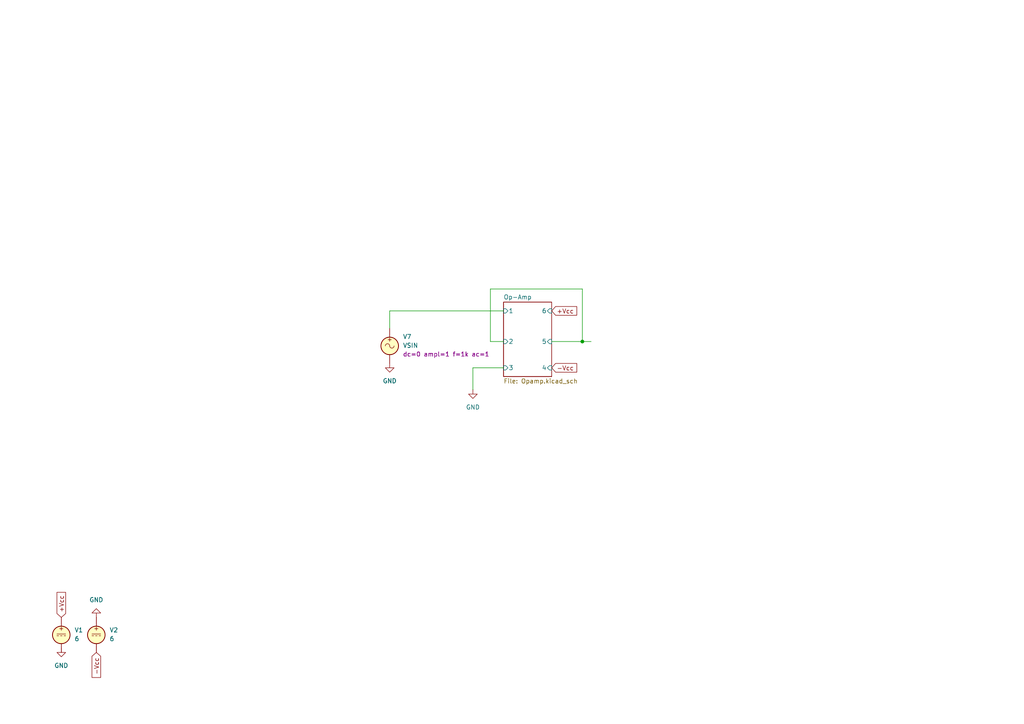
<source format=kicad_sch>
(kicad_sch
	(version 20231120)
	(generator "eeschema")
	(generator_version "8.0")
	(uuid "c31472e9-02d2-43ee-ad3b-a0e4f7eec7b3")
	(paper "A4")
	(title_block
		(title "Pranav's Op-Amp")
		(date "2024-04-12")
		(rev "0.1")
	)
	(lib_symbols
		(symbol "Simulation_SPICE:VDC"
			(pin_numbers hide)
			(pin_names
				(offset 0.0254)
			)
			(exclude_from_sim no)
			(in_bom yes)
			(on_board yes)
			(property "Reference" "V"
				(at 2.54 2.54 0)
				(effects
					(font
						(size 1.27 1.27)
					)
					(justify left)
				)
			)
			(property "Value" "1"
				(at 2.54 0 0)
				(effects
					(font
						(size 1.27 1.27)
					)
					(justify left)
				)
			)
			(property "Footprint" ""
				(at 0 0 0)
				(effects
					(font
						(size 1.27 1.27)
					)
					(hide yes)
				)
			)
			(property "Datasheet" "https://ngspice.sourceforge.io/docs/ngspice-html-manual/manual.xhtml#sec_Independent_Sources_for"
				(at 0 0 0)
				(effects
					(font
						(size 1.27 1.27)
					)
					(hide yes)
				)
			)
			(property "Description" "Voltage source, DC"
				(at 0 0 0)
				(effects
					(font
						(size 1.27 1.27)
					)
					(hide yes)
				)
			)
			(property "Sim.Pins" "1=+ 2=-"
				(at 0 0 0)
				(effects
					(font
						(size 1.27 1.27)
					)
					(hide yes)
				)
			)
			(property "Sim.Type" "DC"
				(at 0 0 0)
				(effects
					(font
						(size 1.27 1.27)
					)
					(hide yes)
				)
			)
			(property "Sim.Device" "V"
				(at 0 0 0)
				(effects
					(font
						(size 1.27 1.27)
					)
					(justify left)
					(hide yes)
				)
			)
			(property "ki_keywords" "simulation"
				(at 0 0 0)
				(effects
					(font
						(size 1.27 1.27)
					)
					(hide yes)
				)
			)
			(symbol "VDC_0_0"
				(polyline
					(pts
						(xy -1.27 0.254) (xy 1.27 0.254)
					)
					(stroke
						(width 0)
						(type default)
					)
					(fill
						(type none)
					)
				)
				(polyline
					(pts
						(xy -0.762 -0.254) (xy -1.27 -0.254)
					)
					(stroke
						(width 0)
						(type default)
					)
					(fill
						(type none)
					)
				)
				(polyline
					(pts
						(xy 0.254 -0.254) (xy -0.254 -0.254)
					)
					(stroke
						(width 0)
						(type default)
					)
					(fill
						(type none)
					)
				)
				(polyline
					(pts
						(xy 1.27 -0.254) (xy 0.762 -0.254)
					)
					(stroke
						(width 0)
						(type default)
					)
					(fill
						(type none)
					)
				)
				(text "+"
					(at 0 1.905 0)
					(effects
						(font
							(size 1.27 1.27)
						)
					)
				)
			)
			(symbol "VDC_0_1"
				(circle
					(center 0 0)
					(radius 2.54)
					(stroke
						(width 0.254)
						(type default)
					)
					(fill
						(type background)
					)
				)
			)
			(symbol "VDC_1_1"
				(pin passive line
					(at 0 5.08 270)
					(length 2.54)
					(name "~"
						(effects
							(font
								(size 1.27 1.27)
							)
						)
					)
					(number "1"
						(effects
							(font
								(size 1.27 1.27)
							)
						)
					)
				)
				(pin passive line
					(at 0 -5.08 90)
					(length 2.54)
					(name "~"
						(effects
							(font
								(size 1.27 1.27)
							)
						)
					)
					(number "2"
						(effects
							(font
								(size 1.27 1.27)
							)
						)
					)
				)
			)
		)
		(symbol "Simulation_SPICE:VSIN"
			(pin_numbers hide)
			(pin_names
				(offset 0.0254)
			)
			(exclude_from_sim no)
			(in_bom yes)
			(on_board yes)
			(property "Reference" "V"
				(at 2.54 2.54 0)
				(effects
					(font
						(size 1.27 1.27)
					)
					(justify left)
				)
			)
			(property "Value" "VSIN"
				(at 2.54 0 0)
				(effects
					(font
						(size 1.27 1.27)
					)
					(justify left)
				)
			)
			(property "Footprint" ""
				(at 0 0 0)
				(effects
					(font
						(size 1.27 1.27)
					)
					(hide yes)
				)
			)
			(property "Datasheet" "https://ngspice.sourceforge.io/docs/ngspice-html-manual/manual.xhtml#sec_Independent_Sources_for"
				(at 0 0 0)
				(effects
					(font
						(size 1.27 1.27)
					)
					(hide yes)
				)
			)
			(property "Description" "Voltage source, sinusoidal"
				(at 0 0 0)
				(effects
					(font
						(size 1.27 1.27)
					)
					(hide yes)
				)
			)
			(property "Sim.Pins" "1=+ 2=-"
				(at 0 0 0)
				(effects
					(font
						(size 1.27 1.27)
					)
					(hide yes)
				)
			)
			(property "Sim.Params" "dc=0 ampl=1 f=1k ac=1"
				(at 2.54 -2.54 0)
				(effects
					(font
						(size 1.27 1.27)
					)
					(justify left)
				)
			)
			(property "Sim.Type" "SIN"
				(at 0 0 0)
				(effects
					(font
						(size 1.27 1.27)
					)
					(hide yes)
				)
			)
			(property "Sim.Device" "V"
				(at 0 0 0)
				(effects
					(font
						(size 1.27 1.27)
					)
					(justify left)
					(hide yes)
				)
			)
			(property "ki_keywords" "simulation ac vac"
				(at 0 0 0)
				(effects
					(font
						(size 1.27 1.27)
					)
					(hide yes)
				)
			)
			(symbol "VSIN_0_0"
				(arc
					(start 0 0)
					(mid -0.635 0.6323)
					(end -1.27 0)
					(stroke
						(width 0)
						(type default)
					)
					(fill
						(type none)
					)
				)
				(arc
					(start 0 0)
					(mid 0.635 -0.6323)
					(end 1.27 0)
					(stroke
						(width 0)
						(type default)
					)
					(fill
						(type none)
					)
				)
				(text "+"
					(at 0 1.905 0)
					(effects
						(font
							(size 1.27 1.27)
						)
					)
				)
			)
			(symbol "VSIN_0_1"
				(circle
					(center 0 0)
					(radius 2.54)
					(stroke
						(width 0.254)
						(type default)
					)
					(fill
						(type background)
					)
				)
			)
			(symbol "VSIN_1_1"
				(pin passive line
					(at 0 5.08 270)
					(length 2.54)
					(name "~"
						(effects
							(font
								(size 1.27 1.27)
							)
						)
					)
					(number "1"
						(effects
							(font
								(size 1.27 1.27)
							)
						)
					)
				)
				(pin passive line
					(at 0 -5.08 90)
					(length 2.54)
					(name "~"
						(effects
							(font
								(size 1.27 1.27)
							)
						)
					)
					(number "2"
						(effects
							(font
								(size 1.27 1.27)
							)
						)
					)
				)
			)
		)
		(symbol "power:GND"
			(power)
			(pin_numbers hide)
			(pin_names
				(offset 0) hide)
			(exclude_from_sim no)
			(in_bom yes)
			(on_board yes)
			(property "Reference" "#PWR"
				(at 0 -6.35 0)
				(effects
					(font
						(size 1.27 1.27)
					)
					(hide yes)
				)
			)
			(property "Value" "GND"
				(at 0 -3.81 0)
				(effects
					(font
						(size 1.27 1.27)
					)
				)
			)
			(property "Footprint" ""
				(at 0 0 0)
				(effects
					(font
						(size 1.27 1.27)
					)
					(hide yes)
				)
			)
			(property "Datasheet" ""
				(at 0 0 0)
				(effects
					(font
						(size 1.27 1.27)
					)
					(hide yes)
				)
			)
			(property "Description" "Power symbol creates a global label with name \"GND\" , ground"
				(at 0 0 0)
				(effects
					(font
						(size 1.27 1.27)
					)
					(hide yes)
				)
			)
			(property "ki_keywords" "global power"
				(at 0 0 0)
				(effects
					(font
						(size 1.27 1.27)
					)
					(hide yes)
				)
			)
			(symbol "GND_0_1"
				(polyline
					(pts
						(xy 0 0) (xy 0 -1.27) (xy 1.27 -1.27) (xy 0 -2.54) (xy -1.27 -1.27) (xy 0 -1.27)
					)
					(stroke
						(width 0)
						(type default)
					)
					(fill
						(type none)
					)
				)
			)
			(symbol "GND_1_1"
				(pin power_in line
					(at 0 0 270)
					(length 0)
					(name "~"
						(effects
							(font
								(size 1.27 1.27)
							)
						)
					)
					(number "1"
						(effects
							(font
								(size 1.27 1.27)
							)
						)
					)
				)
			)
		)
	)
	(junction
		(at 168.91 99.06)
		(diameter 0)
		(color 0 0 0 0)
		(uuid "fa5f1a59-9de3-4f8c-8108-febc3ca5c6bb")
	)
	(wire
		(pts
			(xy 142.24 99.06) (xy 146.05 99.06)
		)
		(stroke
			(width 0)
			(type default)
		)
		(uuid "294023e3-2402-49d5-8331-f3e0c9d440c3")
	)
	(wire
		(pts
			(xy 160.02 99.06) (xy 168.91 99.06)
		)
		(stroke
			(width 0)
			(type default)
		)
		(uuid "343d91ee-196a-46c7-aa33-fd7b16ff9ba8")
	)
	(wire
		(pts
			(xy 168.91 99.06) (xy 171.45 99.06)
		)
		(stroke
			(width 0)
			(type default)
		)
		(uuid "3bc88337-3783-4561-a9a6-31bb393d0ce1")
	)
	(wire
		(pts
			(xy 146.05 106.68) (xy 137.16 106.68)
		)
		(stroke
			(width 0)
			(type default)
		)
		(uuid "6c62c232-55fe-4d07-b07f-90af04407617")
	)
	(wire
		(pts
			(xy 142.24 83.82) (xy 142.24 99.06)
		)
		(stroke
			(width 0)
			(type default)
		)
		(uuid "74bad2cf-fa80-4a20-bc16-b7348bf44b4a")
	)
	(wire
		(pts
			(xy 113.03 95.25) (xy 113.03 90.17)
		)
		(stroke
			(width 0)
			(type default)
		)
		(uuid "7abbdb1c-6430-4764-af3c-70e8f161ef89")
	)
	(wire
		(pts
			(xy 168.91 83.82) (xy 142.24 83.82)
		)
		(stroke
			(width 0)
			(type default)
		)
		(uuid "80768ef3-0478-4925-af45-992bf6e28180")
	)
	(wire
		(pts
			(xy 137.16 106.68) (xy 137.16 113.03)
		)
		(stroke
			(width 0)
			(type default)
		)
		(uuid "934f992c-42a2-4c4b-ab8f-712ec6b5fc8c")
	)
	(wire
		(pts
			(xy 113.03 90.17) (xy 146.05 90.17)
		)
		(stroke
			(width 0)
			(type default)
		)
		(uuid "b00a59ec-a50e-48eb-beb5-6aa0345aa134")
	)
	(wire
		(pts
			(xy 168.91 99.06) (xy 168.91 83.82)
		)
		(stroke
			(width 0)
			(type default)
		)
		(uuid "f0fd7fa9-023c-4227-be1e-5b9982a199ac")
	)
	(global_label "-Vcc"
		(shape input)
		(at 27.94 189.23 270)
		(fields_autoplaced yes)
		(effects
			(font
				(size 1.27 1.27)
			)
			(justify right)
		)
		(uuid "22b9357b-83d8-4de6-b406-dcf11d4c7c5c")
		(property "Intersheetrefs" "${INTERSHEET_REFS}"
			(at 27.94 197.0534 90)
			(effects
				(font
					(size 1.27 1.27)
				)
				(justify right)
				(hide yes)
			)
		)
	)
	(global_label "-Vcc"
		(shape input)
		(at 160.02 106.68 0)
		(fields_autoplaced yes)
		(effects
			(font
				(size 1.27 1.27)
			)
			(justify left)
		)
		(uuid "56068d83-f84b-403c-b538-05d6f93b4053")
		(property "Intersheetrefs" "${INTERSHEET_REFS}"
			(at 167.8434 106.68 0)
			(effects
				(font
					(size 1.27 1.27)
				)
				(justify left)
				(hide yes)
			)
		)
	)
	(global_label "+Vcc"
		(shape input)
		(at 17.78 179.07 90)
		(fields_autoplaced yes)
		(effects
			(font
				(size 1.27 1.27)
			)
			(justify left)
		)
		(uuid "810e2bc8-42ad-4d84-bbb9-6aff096f7136")
		(property "Intersheetrefs" "${INTERSHEET_REFS}"
			(at 17.78 171.2466 90)
			(effects
				(font
					(size 1.27 1.27)
				)
				(justify left)
				(hide yes)
			)
		)
	)
	(global_label "+Vcc"
		(shape input)
		(at 160.02 90.17 0)
		(fields_autoplaced yes)
		(effects
			(font
				(size 1.27 1.27)
			)
			(justify left)
		)
		(uuid "f3482aa1-4ed9-4591-93c9-f56c180657be")
		(property "Intersheetrefs" "${INTERSHEET_REFS}"
			(at 167.8434 90.17 0)
			(effects
				(font
					(size 1.27 1.27)
				)
				(justify left)
				(hide yes)
			)
		)
	)
	(symbol
		(lib_id "power:GND")
		(at 27.94 179.07 180)
		(unit 1)
		(exclude_from_sim no)
		(in_bom yes)
		(on_board yes)
		(dnp no)
		(fields_autoplaced yes)
		(uuid "038d9a2c-106f-448a-8549-3ce779b250a3")
		(property "Reference" "#PWR02"
			(at 27.94 172.72 0)
			(effects
				(font
					(size 1.27 1.27)
				)
				(hide yes)
			)
		)
		(property "Value" "GND"
			(at 27.94 173.99 0)
			(effects
				(font
					(size 1.27 1.27)
				)
			)
		)
		(property "Footprint" ""
			(at 27.94 179.07 0)
			(effects
				(font
					(size 1.27 1.27)
				)
				(hide yes)
			)
		)
		(property "Datasheet" ""
			(at 27.94 179.07 0)
			(effects
				(font
					(size 1.27 1.27)
				)
				(hide yes)
			)
		)
		(property "Description" "Power symbol creates a global label with name \"GND\" , ground"
			(at 27.94 179.07 0)
			(effects
				(font
					(size 1.27 1.27)
				)
				(hide yes)
			)
		)
		(pin "1"
			(uuid "9fb75156-9e15-4254-9e2b-3e9a520e6fab")
		)
		(instances
			(project "v3"
				(path "/c31472e9-02d2-43ee-ad3b-a0e4f7eec7b3"
					(reference "#PWR02")
					(unit 1)
				)
			)
		)
	)
	(symbol
		(lib_id "Simulation_SPICE:VSIN")
		(at 113.03 100.33 0)
		(unit 1)
		(exclude_from_sim no)
		(in_bom yes)
		(on_board yes)
		(dnp no)
		(fields_autoplaced yes)
		(uuid "2649ccb1-b71a-40d7-9506-91d2cfea4bd2")
		(property "Reference" "V7"
			(at 116.84 97.6601 0)
			(effects
				(font
					(size 1.27 1.27)
				)
				(justify left)
			)
		)
		(property "Value" "VSIN"
			(at 116.84 100.2001 0)
			(effects
				(font
					(size 1.27 1.27)
				)
				(justify left)
			)
		)
		(property "Footprint" ""
			(at 113.03 100.33 0)
			(effects
				(font
					(size 1.27 1.27)
				)
				(hide yes)
			)
		)
		(property "Datasheet" "https://ngspice.sourceforge.io/docs/ngspice-html-manual/manual.xhtml#sec_Independent_Sources_for"
			(at 113.03 100.33 0)
			(effects
				(font
					(size 1.27 1.27)
				)
				(hide yes)
			)
		)
		(property "Description" "Voltage source, sinusoidal"
			(at 113.03 100.33 0)
			(effects
				(font
					(size 1.27 1.27)
				)
				(hide yes)
			)
		)
		(property "Sim.Pins" "1=+ 2=-"
			(at 113.03 100.33 0)
			(effects
				(font
					(size 1.27 1.27)
				)
				(hide yes)
			)
		)
		(property "Sim.Params" "dc=0 ampl=1 f=1k ac=1"
			(at 116.84 102.7401 0)
			(effects
				(font
					(size 1.27 1.27)
				)
				(justify left)
			)
		)
		(property "Sim.Type" "SIN"
			(at 113.03 100.33 0)
			(effects
				(font
					(size 1.27 1.27)
				)
				(hide yes)
			)
		)
		(property "Sim.Device" "V"
			(at 113.03 100.33 0)
			(effects
				(font
					(size 1.27 1.27)
				)
				(justify left)
				(hide yes)
			)
		)
		(pin "1"
			(uuid "efd7066b-a9a4-4f6f-b573-8348878b824b")
		)
		(pin "2"
			(uuid "01d6ca06-8979-41c5-9d76-433fb81a8c96")
		)
		(instances
			(project "v3"
				(path "/c31472e9-02d2-43ee-ad3b-a0e4f7eec7b3"
					(reference "V7")
					(unit 1)
				)
			)
		)
	)
	(symbol
		(lib_id "power:GND")
		(at 113.03 105.41 0)
		(unit 1)
		(exclude_from_sim no)
		(in_bom yes)
		(on_board yes)
		(dnp no)
		(fields_autoplaced yes)
		(uuid "31874498-75a9-43cf-897b-4d558e590685")
		(property "Reference" "#PWR09"
			(at 113.03 111.76 0)
			(effects
				(font
					(size 1.27 1.27)
				)
				(hide yes)
			)
		)
		(property "Value" "GND"
			(at 113.03 110.49 0)
			(effects
				(font
					(size 1.27 1.27)
				)
			)
		)
		(property "Footprint" ""
			(at 113.03 105.41 0)
			(effects
				(font
					(size 1.27 1.27)
				)
				(hide yes)
			)
		)
		(property "Datasheet" ""
			(at 113.03 105.41 0)
			(effects
				(font
					(size 1.27 1.27)
				)
				(hide yes)
			)
		)
		(property "Description" "Power symbol creates a global label with name \"GND\" , ground"
			(at 113.03 105.41 0)
			(effects
				(font
					(size 1.27 1.27)
				)
				(hide yes)
			)
		)
		(pin "1"
			(uuid "e665e14d-f25c-471e-a359-21e80ea6771d")
		)
		(instances
			(project "v3"
				(path "/c31472e9-02d2-43ee-ad3b-a0e4f7eec7b3"
					(reference "#PWR09")
					(unit 1)
				)
			)
		)
	)
	(symbol
		(lib_id "Simulation_SPICE:VDC")
		(at 27.94 184.15 0)
		(unit 1)
		(exclude_from_sim no)
		(in_bom yes)
		(on_board yes)
		(dnp no)
		(fields_autoplaced yes)
		(uuid "3b194d18-90ed-44b7-91a4-d75e379177b7")
		(property "Reference" "V2"
			(at 31.75 182.7501 0)
			(effects
				(font
					(size 1.27 1.27)
				)
				(justify left)
			)
		)
		(property "Value" "6"
			(at 31.75 185.2901 0)
			(effects
				(font
					(size 1.27 1.27)
				)
				(justify left)
			)
		)
		(property "Footprint" ""
			(at 27.94 184.15 0)
			(effects
				(font
					(size 1.27 1.27)
				)
				(hide yes)
			)
		)
		(property "Datasheet" "https://ngspice.sourceforge.io/docs/ngspice-html-manual/manual.xhtml#sec_Independent_Sources_for"
			(at 27.94 184.15 0)
			(effects
				(font
					(size 1.27 1.27)
				)
				(hide yes)
			)
		)
		(property "Description" "Voltage source, DC"
			(at 27.94 184.15 0)
			(effects
				(font
					(size 1.27 1.27)
				)
				(hide yes)
			)
		)
		(property "Sim.Pins" "1=+ 2=-"
			(at 27.94 184.15 0)
			(effects
				(font
					(size 1.27 1.27)
				)
				(hide yes)
			)
		)
		(property "Sim.Type" "DC"
			(at 27.94 184.15 0)
			(effects
				(font
					(size 1.27 1.27)
				)
				(hide yes)
			)
		)
		(property "Sim.Device" "V"
			(at 27.94 184.15 0)
			(effects
				(font
					(size 1.27 1.27)
				)
				(justify left)
				(hide yes)
			)
		)
		(pin "2"
			(uuid "892fbe3a-37d1-4fa6-8014-5f3687ea07cd")
		)
		(pin "1"
			(uuid "4f0d2d5c-c3a7-4dea-a458-979c9bdf5c90")
		)
		(instances
			(project "v3"
				(path "/c31472e9-02d2-43ee-ad3b-a0e4f7eec7b3"
					(reference "V2")
					(unit 1)
				)
			)
		)
	)
	(symbol
		(lib_id "power:GND")
		(at 137.16 113.03 0)
		(unit 1)
		(exclude_from_sim no)
		(in_bom yes)
		(on_board yes)
		(dnp no)
		(fields_autoplaced yes)
		(uuid "3f3469ec-342b-408a-b493-09dcadca5244")
		(property "Reference" "#PWR03"
			(at 137.16 119.38 0)
			(effects
				(font
					(size 1.27 1.27)
				)
				(hide yes)
			)
		)
		(property "Value" "GND"
			(at 137.16 118.11 0)
			(effects
				(font
					(size 1.27 1.27)
				)
			)
		)
		(property "Footprint" ""
			(at 137.16 113.03 0)
			(effects
				(font
					(size 1.27 1.27)
				)
				(hide yes)
			)
		)
		(property "Datasheet" ""
			(at 137.16 113.03 0)
			(effects
				(font
					(size 1.27 1.27)
				)
				(hide yes)
			)
		)
		(property "Description" "Power symbol creates a global label with name \"GND\" , ground"
			(at 137.16 113.03 0)
			(effects
				(font
					(size 1.27 1.27)
				)
				(hide yes)
			)
		)
		(pin "1"
			(uuid "88a11405-d922-4502-a409-767710a04601")
		)
		(instances
			(project "v3"
				(path "/c31472e9-02d2-43ee-ad3b-a0e4f7eec7b3"
					(reference "#PWR03")
					(unit 1)
				)
			)
		)
	)
	(symbol
		(lib_id "Simulation_SPICE:VDC")
		(at 17.78 184.15 0)
		(unit 1)
		(exclude_from_sim no)
		(in_bom yes)
		(on_board yes)
		(dnp no)
		(fields_autoplaced yes)
		(uuid "5bb2e88d-85a3-4d79-b18a-7b9c3389a732")
		(property "Reference" "V1"
			(at 21.59 182.7501 0)
			(effects
				(font
					(size 1.27 1.27)
				)
				(justify left)
			)
		)
		(property "Value" "6"
			(at 21.59 185.2901 0)
			(effects
				(font
					(size 1.27 1.27)
				)
				(justify left)
			)
		)
		(property "Footprint" ""
			(at 17.78 184.15 0)
			(effects
				(font
					(size 1.27 1.27)
				)
				(hide yes)
			)
		)
		(property "Datasheet" "https://ngspice.sourceforge.io/docs/ngspice-html-manual/manual.xhtml#sec_Independent_Sources_for"
			(at 17.78 184.15 0)
			(effects
				(font
					(size 1.27 1.27)
				)
				(hide yes)
			)
		)
		(property "Description" "Voltage source, DC"
			(at 17.78 184.15 0)
			(effects
				(font
					(size 1.27 1.27)
				)
				(hide yes)
			)
		)
		(property "Sim.Pins" "1=+ 2=-"
			(at 17.78 184.15 0)
			(effects
				(font
					(size 1.27 1.27)
				)
				(hide yes)
			)
		)
		(property "Sim.Type" "DC"
			(at 17.78 184.15 0)
			(effects
				(font
					(size 1.27 1.27)
				)
				(hide yes)
			)
		)
		(property "Sim.Device" "V"
			(at 17.78 184.15 0)
			(effects
				(font
					(size 1.27 1.27)
				)
				(justify left)
				(hide yes)
			)
		)
		(pin "2"
			(uuid "338b969c-0d08-4c7e-8e72-c0df71be926d")
		)
		(pin "1"
			(uuid "ea76b041-4c13-4d29-ad65-bfc1d2a7029a")
		)
		(instances
			(project "v3"
				(path "/c31472e9-02d2-43ee-ad3b-a0e4f7eec7b3"
					(reference "V1")
					(unit 1)
				)
			)
		)
	)
	(symbol
		(lib_id "power:GND")
		(at 17.78 187.96 0)
		(unit 1)
		(exclude_from_sim no)
		(in_bom yes)
		(on_board yes)
		(dnp no)
		(fields_autoplaced yes)
		(uuid "d577d916-1512-4f0e-aa69-27ad4d856ab0")
		(property "Reference" "#PWR01"
			(at 17.78 194.31 0)
			(effects
				(font
					(size 1.27 1.27)
				)
				(hide yes)
			)
		)
		(property "Value" "GND"
			(at 17.78 193.04 0)
			(effects
				(font
					(size 1.27 1.27)
				)
			)
		)
		(property "Footprint" ""
			(at 17.78 187.96 0)
			(effects
				(font
					(size 1.27 1.27)
				)
				(hide yes)
			)
		)
		(property "Datasheet" ""
			(at 17.78 187.96 0)
			(effects
				(font
					(size 1.27 1.27)
				)
				(hide yes)
			)
		)
		(property "Description" "Power symbol creates a global label with name \"GND\" , ground"
			(at 17.78 187.96 0)
			(effects
				(font
					(size 1.27 1.27)
				)
				(hide yes)
			)
		)
		(pin "1"
			(uuid "7a166616-e2d2-4529-a2bf-d540f6ce09b3")
		)
		(instances
			(project "v3"
				(path "/c31472e9-02d2-43ee-ad3b-a0e4f7eec7b3"
					(reference "#PWR01")
					(unit 1)
				)
			)
		)
	)
	(sheet
		(at 146.05 87.63)
		(size 13.97 21.59)
		(fields_autoplaced yes)
		(stroke
			(width 0.1524)
			(type solid)
		)
		(fill
			(color 0 0 0 0.0000)
		)
		(uuid "3ea78292-fcea-4952-9b46-dabc6cdecf19")
		(property "Sheetname" "Op-Amp"
			(at 146.05 86.9184 0)
			(effects
				(font
					(size 1.27 1.27)
				)
				(justify left bottom)
			)
		)
		(property "Sheetfile" "Opamp.kicad_sch"
			(at 146.05 109.8046 0)
			(effects
				(font
					(size 1.27 1.27)
				)
				(justify left top)
			)
		)
		(pin "6" input
			(at 160.02 90.17 0)
			(effects
				(font
					(size 1.27 1.27)
				)
				(justify right)
			)
			(uuid "7e4697c8-4aa2-4708-b7be-65b4d4914358")
		)
		(pin "5" input
			(at 160.02 99.06 0)
			(effects
				(font
					(size 1.27 1.27)
				)
				(justify right)
			)
			(uuid "caca94e1-f04e-430f-a8ff-8dce55d38639")
		)
		(pin "3" input
			(at 146.05 106.68 180)
			(effects
				(font
					(size 1.27 1.27)
				)
				(justify left)
			)
			(uuid "cd73da4d-7c1a-4b76-be4c-b15decebce1e")
		)
		(pin "1" input
			(at 146.05 90.17 180)
			(effects
				(font
					(size 1.27 1.27)
				)
				(justify left)
			)
			(uuid "cd0ba28c-527e-4a81-ad90-f3804352928c")
		)
		(pin "2" input
			(at 146.05 99.06 180)
			(effects
				(font
					(size 1.27 1.27)
				)
				(justify left)
			)
			(uuid "b92d2d54-6f86-45f1-918b-cd09d6ecfa35")
		)
		(pin "4" input
			(at 160.02 106.68 0)
			(effects
				(font
					(size 1.27 1.27)
				)
				(justify right)
			)
			(uuid "b3c8e636-4e1b-499a-a053-8e0462d6ab36")
		)
		(instances
			(project "v3"
				(path "/c31472e9-02d2-43ee-ad3b-a0e4f7eec7b3"
					(page "2")
				)
			)
		)
	)
	(sheet_instances
		(path "/"
			(page "1")
		)
	)
)
</source>
